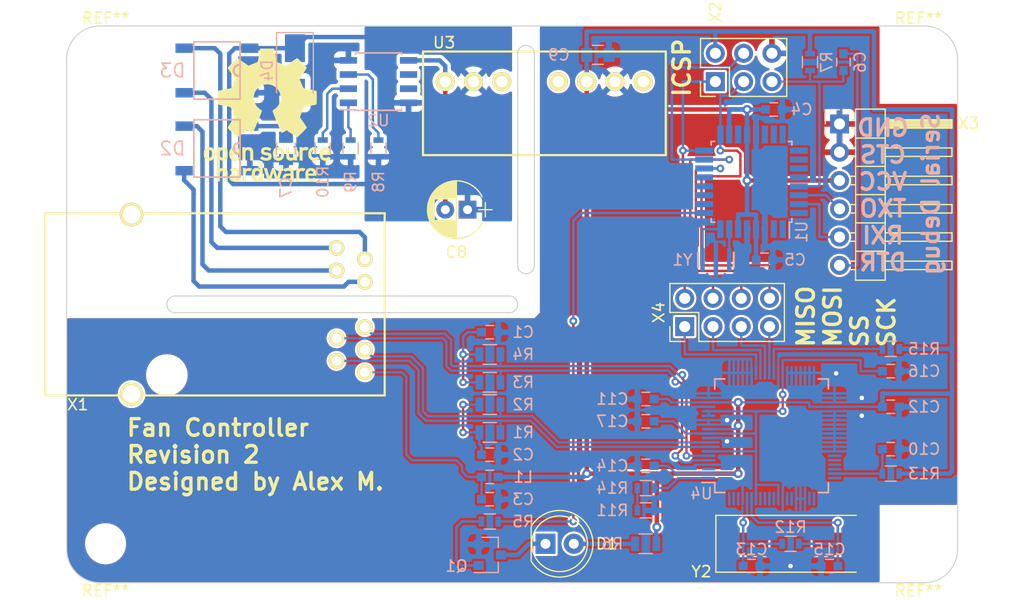
<source format=kicad_pcb>
(kicad_pcb (version 20221018) (generator pcbnew)
  (title_block (title "Fan Controller") (date "2018-04-29") (rev "2") (company "Alex M."))
  (layers (0 "F.Cu" signal) (31 "B.Cu" signal) (34 "B.Paste" user) (35 "F.Paste" user) (36 "B.SilkS" user "B.Silkscreen") (37 "F.SilkS" user "F.Silkscreen") (38 "B.Mask" user) (39 "F.Mask" user) (44 "Edge.Cuts" user))
  (net 0 "")
  (net 1 "GND")
  (net 2 "Net-(C2-Pad1)")
  (net 3 "Net-(C3-Pad1)")
  (net 4 "+3V3")
  (net 5 "/PoE_PD_Interface/VC36")
  (net 6 "/PoE_PD_Interface/VC12")
  (net 7 "/PoE_PD_Interface/VC45")
  (net 8 "/PoE_PD_Interface/VC78")
  (net 9 "Net-(Q1-Pad1)")
  (net 10 "RST")
  (net 11 "Net-(R11-Pad2)")
  (net 12 "Net-(R15-Pad2)")
  (net 13 "SS")
  (net 14 "MOSI")
  (net 15 "MISO")
  (net 16 "SCK")
  (net 17 "/PoE_PD_Interface/P")
  (net 18 "/PoE_PD_Interface/N")
  (net 19 "Net-(C15-Pad1)")
  (net 20 "/W5100_Ethernet_Interface/1V8")
  (net 21 "/TD+")
  (net 22 "/TD-")
  (net 23 "/RD+")
  (net 24 "/RD-")
  (net 25 "RXI")
  (net 26 "TXO")
  (net 27 "DTR")
  (net 28 "Net-(D1-Pad1)")
  (net 29 "Net-(D1-Pad2)")
  (net 30 "PD5")
  (net 31 "Net-(C13-Pad1)")
  (net 32 "Net-(C1-Pad1)")
  (net 33 "Net-(C8-Pad2)")
  (net 34 "Net-(C10-Pad1)")
  (net 35 "Net-(R8-Pad1)")
  (net 36 "Net-(R9-Pad2)")
  (net 37 "Net-(R10-Pad2)")
  (net 38 "Net-(R14-Pad2)")
  (net 39 "Net-(U1-Pad7)")
  (net 40 "Net-(U1-Pad8)")
  (net 41 "Net-(U4-Pad27)")
  (net 42 "Net-(U4-Pad28)")
  (net 43 "Net-(U4-Pad29)")
  (net 44 "Net-(U4-Pad30)")
  (footprint "Capacitors_ThroughHole:CP_Radial_D5.0mm_P2.00mm" (layer "F.Cu") (at 111 111.5 180)
    (fp_text reference "C8")
    (fp_text value "22u")
  )
  (footprint "AlexComponents:PG02S" (layer "F.Cu") (at 109 100)
    (fp_text reference "U3")
    (fp_text value "PG02S4803A")
  )
  (footprint "AlexComponents:0813-1X1T-57-F_RJ45-Jack" (layer "F.Cu") (at 84 120 90)
    (fp_text reference "X1")
    (fp_text value "0813-1X1T-57-F")
  )
  (footprint "Crystals:Crystal_SMD_HC49-SD" (layer "F.Cu") (at 140 141.5)
    (fp_text reference "Y2")
    (fp_text value "25MHz")
  )
  (footprint "Pin_Headers:Pin_Header_Straight_2x03_Pitch2.54mm" (layer "F.Cu") (at 133.25 100 90)
    (fp_text reference "X2")
    (fp_text value "ICSP")
  )
  (footprint "Pin_Headers:Pin_Header_Angled_1x06_Pitch2.54mm" (layer "F.Cu") (at 144.4 103.8)
    (fp_text reference "X3")
    (fp_text value "Serial Interface")
  )
  (footprint "Pin_Headers:Pin_Header_Straight_2x04_Pitch2.54mm" (layer "F.Cu") (at 130.5 122 90)
    (fp_text reference "X4")
    (fp_text value "SPI Disconnect")
  )
  (footprint "LEDs:LED_D5.0mm" (layer "F.Cu") (at 118 141.5)
    (fp_text reference "D1")
    (fp_text value "IR")
  )
  (footprint "Mounting_Holes:MountingHole_3.2mm_M3" (layer "F.Cu") (at 78.5 98.5)
    (fp_text reference "REF**")
    (fp_text value "MountingHole_3.2mm_M3")
  )
  (footprint "Mounting_Holes:MountingHole_3.2mm_M3" (layer "F.Cu") (at 151.5 98.5)
    (fp_text reference "REF**")
    (fp_text value "MountingHole_3.2mm_M3")
  )
  (footprint "Mounting_Holes:MountingHole_3.2mm_M3" (layer "F.Cu") (at 151.5 141.5 180)
    (fp_text reference "REF**")
    (fp_text value "MountingHole_3.2mm_M3")
  )
  (footprint "Mounting_Holes:MountingHole_3.2mm_M3" (layer "F.Cu") (at 78.5 141.5 180)
    (fp_text reference "REF**")
    (fp_text value "MountingHole_3.2mm_M3")
  )
  (footprint "Symbols:OSHW-Logo_11.4x12mm_SilkScreen" (layer "F.Cu") (at 93 103)
    (fp_text reference "REF***" hide)
    (fp_text value "OSHW-Logo_11.4x12mm_SilkScreen" hide)
  )
  (footprint "Capacitors_SMD:C_0603" (layer "B.Cu") (at 113 122.5)
    (fp_text reference "C1")
    (fp_text value "100n")
  )
  (footprint "Capacitors_SMD:C_0603" (layer "B.Cu") (at 113 133.5)
    (fp_text reference "C2")
    (fp_text value "100n")
  )
  (footprint "Capacitors_SMD:C_0603" (layer "B.Cu") (at 138.5 102.5)
    (fp_text reference "C4")
    (fp_text value "100n")
  )
  (footprint "Capacitors_SMD:C_0603" (layer "B.Cu") (at 137.66 116)
    (fp_text reference "C5")
    (fp_text value "100n")
  )
  (footprint "Capacitors_SMD:C_0805" (layer "B.Cu") (at 94.7 106 -90)
    (fp_text reference "C7")
    (fp_text value "100n")
  )
  (footprint "Capacitors_SMD:C_0805" (layer "B.Cu") (at 122.7 97.6)
    (fp_text reference "C9")
    (fp_text value "10u")
  )
  (footprint "Capacitors_SMD:C_0603" (layer "B.Cu") (at 127 128.5 180)
    (fp_text reference "C11")
    (fp_text value "100n")
  )
  (footprint "Capacitors_SMD:C_0603" (layer "B.Cu") (at 149 129.2)
    (fp_text reference "C12")
    (fp_text value "100n")
  )
  (footprint "Capacitors_SMD:C_0603" (layer "B.Cu") (at 136.5 143.5)
    (fp_text reference "C13")
    (fp_text value "18p")
  )
  (footprint "Capacitors_SMD:C_0603" (layer "B.Cu") (at 127 134.5 180)
    (fp_text reference "C14")
    (fp_text value "100n")
  )
  (footprint "Capacitors_SMD:C_0603" (layer "B.Cu") (at 143.5 143.5 180)
    (fp_text reference "C15")
    (fp_text value "18p")
  )
  (footprint "Capacitors_SMD:C_0603" (layer "B.Cu") (at 149 126)
    (fp_text reference "C16")
    (fp_text value "100n")
  )
  (footprint "Capacitors_SMD:C_0603" (layer "B.Cu") (at 127 130.5 180)
    (fp_text reference "C17")
    (fp_text value "100n")
  )
  (footprint "AlexComponents:Micro-DIP-4" (layer "B.Cu") (at 88.5 106 -90)
    (fp_text reference "D2")
    (fp_text value "MDB6S")
  )
  (footprint "AlexComponents:Micro-DIP-4" (layer "B.Cu") (at 88.5 99 -90)
    (fp_text reference "D3")
    (fp_text value "MDB6S")
  )
  (footprint "Capacitors_SMD:C_0603" (layer "B.Cu") (at 113 135.5 180)
    (fp_text reference "L1")
    (fp_text value "1uH")
  )
  (footprint "Resistors_SMD:R_0805" (layer "B.Cu") (at 113 131.5 180)
    (fp_text reference "R1")
    (fp_text value "49.9")
  )
  (footprint "Resistors_SMD:R_0805" (layer "B.Cu") (at 113 129 180)
    (fp_text reference "R2")
    (fp_text value "49.9")
  )
  (footprint "Resistors_SMD:R_0805" (layer "B.Cu") (at 113 127 180)
    (fp_text reference "R3")
    (fp_text value "49.9")
  )
  (footprint "Resistors_SMD:R_0805" (layer "B.Cu") (at 113 124.5 180)
    (fp_text reference "R4")
    (fp_text value "49.9")
  )
  (footprint "Resistors_SMD:R_0603" (layer "B.Cu") (at 141.75 98.25 -90)
    (fp_text reference "R7")
    (fp_text value "12k")
  )
  (footprint "Resistors_SMD:R_0603" (layer "B.Cu") (at 103 106 -90)
    (fp_text reference "R8")
    (fp_text value "24.9k")
  )
  (footprint "Resistors_SMD:R_0603" (layer "B.Cu") (at 100.5 106 90)
    (fp_text reference "R9")
    (fp_text value "178k")
  )
  (footprint "Resistors_SMD:R_0603" (layer "B.Cu") (at 98 106 90)
    (fp_text reference "R10")
    (fp_text value "4420")
  )
  (footprint "Resistors_SMD:R_0603" (layer "B.Cu") (at 127 138.5 180)
    (fp_text reference "R11")
    (fp_text value "300")
  )
  (footprint "Resistors_SMD:R_0603" (layer "B.Cu") (at 127 136.5)
    (fp_text reference "R14")
    (fp_text value "12k")
  )
  (footprint "Resistors_SMD:R_0603" (layer "B.Cu") (at 149 124 180)
    (fp_text reference "R15")
    (fp_text value "12k")
  )
  (footprint "Housings_QFP:TQFP-32_7x7mm_Pitch0.8mm" (layer "B.Cu") (at 136.5 109 90)
    (fp_text reference "U1")
    (fp_text value "ATMEGA328P-AU")
  )
  (footprint "Housings_SOIC:SOIC-8_3.9x4.9mm_Pitch1.27mm" (layer "B.Cu") (at 103 100)
    (fp_text reference "U2")
    (fp_text value "NCP1090")
  )
  (footprint "AlexComponents:CERALOCK_CSTCE_Resonator" (layer "B.Cu") (at 133.3 116.01 180)
    (fp_text reference "Y1")
    (fp_text value "8MHz")
  )
  (footprint "Resistors_SMD:R_0603" (layer "B.Cu") (at 149 135.2 180)
    (fp_text reference "R13")
    (fp_text value "12k")
  )
  (footprint "Diodes_SMD:D_SMA" (layer "B.Cu") (at 95.5 99 -90)
    (fp_text reference "D4")
    (fp_text value "SMAJ58A")
  )
  (footprint "Housings_QFP:LQFP-80_10x10mm_Pitch0.4mm" (layer "B.Cu") (at 138.3 131.8)
    (fp_text reference "U4")
    (fp_text value "W5100")
  )
  (footprint "Capacitors_SMD:C_0603" (layer "B.Cu") (at 113 137.5)
    (fp_text reference "C3")
    (fp_text value "100n")
  )
  (footprint "Resistors_SMD:R_0603" (layer "B.Cu") (at 140 141.5)
    (fp_text reference "R12")
    (fp_text value "1M")
  )
  (footprint "Capacitors_SMD:C_0603" (layer "B.Cu") (at 144.75 98.25 -90)
    (fp_text reference "C6")
    (fp_text value "100n")
  )
  (footprint "TO_SOT_Packages_SMD:SOT-23" (layer "B.Cu") (at 113 142.5)
    (fp_text reference "Q1")
    (fp_text value "Q_NPN_BEC")
  )
  (footprint "Resistors_SMD:R_0603" (layer "B.Cu") (at 113 139.5 180)
    (fp_text reference "R5")
    (fp_text value "150")
  )
  (footprint "Resistors_SMD:R_0805" (layer "B.Cu") (at 127 141.5 180)
    (fp_text reference "R6")
    (fp_text value "10")
  )
  (footprint "Capacitors_SMD:C_0603" (layer "B.Cu") (at 149 133)
    (fp_text reference "C10")
    (fp_text value "100n")
  )
  (gr_arc (start 84.75 120.75) (mid 84.21967 120.53033) (end 84 120) (stroke (width 0.1)) (layer "Edge.Cuts"))
  (gr_line (start 155 98) (end 155 142) (stroke (width 0.1)) (layer "Edge.Cuts"))
  (gr_arc (start 115.5 120) (mid 115.28033 120.53033) (end 114.75 120.75) (stroke (width 0.1)) (layer "Edge.Cuts"))
  (gr_arc (start 75 98) (mid 75.87868 95.87868) (end 78 95) (stroke (width 0.1)) (layer "Edge.Cuts"))
  (gr_arc (start 117 116.5) (mid 116.78033 117.03033) (end 116.25 117.25) (stroke (width 0.1)) (layer "Edge.Cuts"))
  (gr_arc (start 84 120) (mid 84.21967 119.46967) (end 84.75 119.25) (stroke (width 0.1)) (layer "Edge.Cuts"))
  (gr_line (start 75 142) (end 75 98) (stroke (width 0.1)) (layer "Edge.Cuts"))
  (gr_arc (start 116.25 117.25) (mid 115.71967 117.03033) (end 115.5 116.5) (stroke (width 0.1)) (layer "Edge.Cuts"))
  (gr_line (start 115.5 116.5) (end 115.5 97.5) (stroke (width 0.1)) (layer "Edge.Cuts"))
  (gr_line (start 117 97.5) (end 117 116.5) (stroke (width 0.1)) (layer "Edge.Cuts"))
  (gr_arc (start 115.5 97.5) (mid 115.71967 96.96967) (end 116.25 96.75) (stroke (width 0.1)) (layer "Edge.Cuts"))
  (gr_line (start 114.75 119.25) (end 84.75 119.25) (stroke (width 0.1)) (layer "Edge.Cuts"))
  (gr_arc (start 116.25 96.75) (mid 116.78033 96.96967) (end 117 97.5) (stroke (width 0.1)) (layer "Edge.Cuts"))
  (gr_arc (start 78 145) (mid 75.87868 144.12132) (end 75 142) (stroke (width 0.1)) (layer "Edge.Cuts"))
  (gr_line (start 78 95) (end 152 95) (stroke (width 0.1)) (layer "Edge.Cuts"))
  (gr_arc (start 152 95) (mid 154.12132 95.87868) (end 155 98) (stroke (width 0.1)) (layer "Edge.Cuts"))
  (gr_arc (start 114.75 119.25) (mid 115.28033 119.46967) (end 115.5 120) (stroke (width 0.1)) (layer "Edge.Cuts"))
  (gr_line (start 152 145) (end 78 145) (stroke (width 0.1)) (layer "Edge.Cuts"))
  (gr_arc (start 155 142) (mid 154.12132 144.12132) (end 152 145) (stroke (width 0.1)) (layer "Edge.Cuts"))
  (gr_line (start 84.75 120.75) (end 114.75 120.75) (stroke (width 0.1)) (layer "Edge.Cuts"))
  (gr_text "Serial Debug" (at 152.6 110.1 90) (layer "B.SilkS") (effects (font (size 1.5 1.5) (thickness 0.3)) (justify mirror)))
  (gr_text "GND\nCTS\nVCC\nTXO\nRXI\nDTR" (at 148.3 110.2) (layer "B.SilkS") (effects (font (size 1.5 1.5) (thickness 0.3)) (justify mirror)))
  (gr_text "ICSP" (at 130.25 98.75 90) (layer "F.SilkS") (effects (font (size 1.5 1.5) (thickness 0.3))))
  (gr_text "Fan Controller\nRevision 2\nDesigned by Alex M." (at 80.25 133.5) (layer "F.SilkS") (effects (font (size 1.5 1.5) (thickness 0.3)) (justify left)))
  (gr_text "MISO\nMOSI\nSS\nSCK" (at 145 124 90) (layer "F.SilkS") (effects (font (size 1.5 1.5) (thickness 0.3)) (justify left)))
  (via (at 140 143.5) (size 0.8) (drill 0.4) (layers "F.Cu" "B.Cu") (net 1))
  (via (at 146.4 130) (size 0.8) (drill 0.4) (layers "F.Cu" "B.Cu") (net 1))
  (via (at 144.1 126.2) (size 0.8) (drill 0.4) (layers "F.Cu" "B.Cu") (net 1))
  (via (at 134.3 130.4) (size 0.8) (drill 0.4) (layers "F.Cu" "B.Cu") (net 1))
  (via (at 146.4 128.4) (size 0.8) (drill 0.4) (layers "F.Cu" "B.Cu") (net 1))
  (via (at 134.3 132.3) (size 0.8) (drill 0.4) (layers "F.Cu" "B.Cu") (net 1))
  (segment (start 134 132) (end 134.3 132.3) (width 0.2) (layer "B.Cu") (net 1))
  (segment (start 144.05 126.15) (end 144.1 126.2) (width 0.2) (layer "B.Cu") (net 1))
  (segment (start 138.9 127.4) (end 137.6 127.4) (width 0.2) (layer "B.Cu") (net 1))
  (segment (start 137.6 127.4) (end 137.6 128) (width 0.2) (layer "B.Cu") (net 1))
  (segment (start 130.5 129.2) (end 130 129.7) (width 0.2) (layer "B.Cu") (net 1))
  (segment (start 146 128.8) (end 146.4 128.4) (width 0.2) (layer "B.Cu") (net 1))
  (segment (start 146 129.6) (end 146.4 130) (width 0.2) (layer "B.Cu") (net 1))
  (segment (start 135.7 126.15) (end 135.7 127.4) (width 0.2) (layer "B.Cu") (net 1))
  (segment (start 132.65 130.8) (end 132.65 130.4) (width 0.2) (layer "B.Cu") (net 1))
  (segment (start 134.5 126.15) (end 134.5 127.4) (width 0.2) (layer "B.Cu") (net 1))
  (segment (start 141.3 137.45) (end 141.3 136.2) (width 0.2) (layer "B.Cu") (net 1))
  (segment (start 133.9 132) (end 132.65 132) (width 0.2) (layer "B.Cu") (net 1))
  (segment (start 143.95 128.4) (end 142.7 128.4) (width 0.2) (layer "B.Cu") (net 1))
  (segment (start 139.3 137.45) (end 139.3 136.2) (width 0.2) (layer "B.Cu") (net 1))
  (segment (start 142.1 126.15) (end 144.05 126.15) (width 0.2) (layer "B.Cu") (net 1))
  (segment (start 133.9 130.4) (end 132.65 130.4) (width 0.2) (layer "B.Cu") (net 1))
  (segment (start 140.9 137.45) (end 140.9 136.2) (width 0.2) (layer "B.Cu") (net 1))
  (segment (start 134.9 126.15) (end 134.9 127.4) (width 0.2) (layer "B.Cu") (net 1))
  (segment (start 140.1 126.15) (end 140.1 127.4) (width 0.2) (layer "B.Cu") (net 1))
  (segment (start 138.9 126.15) (end 138.9 124.7) (width 0.2) (layer "B.Cu") (net 1))
  (segment (start 143.95 128.8) (end 146 128.8) (width 0.2) (layer "B.Cu") (net 1))
  (segment (start 136.1 126.15) (end 136.1 127.4) (width 0.2) (layer "B.Cu") (net 1))
  (segment (start 132.65 129.2) (end 131.3 129.2) (width 0.2) (layer "B.Cu") (net 1))
  (segment (start 143.95 128) (end 142.7 128) (width 0.2) (layer "B.Cu") (net 1))
  (segment (start 138.9 126.15) (end 138.9 127.4) (width 0.2) (layer "B.Cu") (net 1))
  (segment (start 143.95 133.2) (end 142.7 133.2) (width 0.2) (layer "B.Cu") (net 1))
  (segment (start 140.9 126.15) (end 140.9 127.4) (width 0.2) (layer "B.Cu") (net 1))
  (segment (start 142.75 143.5) (end 140 143.5) (width 0.4) (layer "B.Cu") (net 1))
  (segment (start 143.95 132.8) (end 142.7 132.8) (width 0.2) (layer "B.Cu") (net 1))
  (segment (start 143.95 130.4) (end 142.7 130.4) (width 0.2) (layer "B.Cu") (net 1))
  (segment (start 139.3 137.45) (end 139.3 138.3) (width 0.2) (layer "B.Cu") (net 1))
  (segment (start 143.95 131.6) (end 142.7 131.6) (width 0.2) (layer "B.Cu") (net 1))
  (segment (start 143.95 131.2) (end 142.7 131.2) (width 0.2) (layer "B.Cu") (net 1))
  (segment (start 132.65 130.8) (end 133.9 130.8) (width 0.2) (layer "B.Cu") (net 1))
  (segment (start 132.65 128.4) (end 133.9 128.4) (width 0.2) (layer "B.Cu") (net 1))
  (segment (start 135.7 137.45) (end 135.7 136.2) (width 0.2) (layer "B.Cu") (net 1))
  (segment (start 140.5 126.15) (end 140.9 126.15) (width 0.2) (layer "B.Cu") (net 1))
  (segment (start 143.95 130.8) (end 142.7 130.8) (width 0.2) (layer "B.Cu") (net 1))
  (segment (start 143.95 128.4) (end 145.7 128.4) (width 0.2) (layer "B.Cu") (net 1))
  (segment (start 141.3 126.15) (end 141.3 127.4) (width 0.2) (layer "B.Cu") (net 1))
  (segment (start 140.1 126.15) (end 140.5 126.15) (width 0.2) (layer "B.Cu") (net 1))
  (segment (start 136.5 126.15) (end 136.5 127.4) (width 0.2) (layer "B.Cu") (net 1))
  (segment (start 132.65 132) (end 134 132) (width 0.2) (layer "B.Cu") (net 1))
  (segment (start 132.65 134.4) (end 133.9 134.4) (width 0.2) (layer "B.Cu") (net 1))
  (segment (start 134.3 130.4) (end 133.9 130.4) (width 0.2) (layer "B.Cu") (net 1))
  (segment (start 141.7 126.15) (end 141.7 127.4) (width 0.2) (layer "B.Cu") (net 1))
  (segment (start 135.3 126.15) (end 135.3 127.4) (width 0.2) (layer "B.Cu") (net 1))
  (segment (start 140.5 126.15) (end 140.5 127.4) (width 0.2) (layer "B.Cu") (net 1))
  (segment (start 143.95 129.6) (end 142.7 129.6) (width 0.2) (layer "B.Cu") (net 1))
  (segment (start 141.7 126.15) (end 142.1 126.15) (width 0.2) (layer "B.Cu") (net 1))
  (segment (start 139.7 126.15) (end 140.1 126.15) (width 0.2) (layer "B.Cu") (net 1))
  (segment (start 140.5 137.45) (end 140.5 136.2) (width 0.2) (layer "B.Cu") (net 1))
  (segment (start 143.95 133.2) (end 143.95 132.8) (width 0.2) (layer "B.Cu") (net 1))
  (segment (start 143.95 130) (end 142.7 130) (width 0.2) (layer "B.Cu") (net 1))
  (segment (start 143.95 132.4) (end 142.7 132.4) (width 0.2) (layer "B.Cu") (net 1))
  (segment (start 143.95 132) (end 142.7 132) (width 0.2) (layer "B.Cu") (net 1))
  (segment (start 143.95 128.8) (end 142.7 128.8) (width 0.2) (layer "B.Cu") (net 1))
  (segment (start 132.65 128.4) (end 132.65 128) (width 0.2) (layer "B.Cu") (net 1))
  (segment (start 143.95 129.6) (end 146 129.6) (width 0.2) (layer "B.Cu") (net 1))
  (segment (start 132.65 129.2) (end 130.5 129.2) (width 0.2) (layer "B.Cu") (net 1))
  (segment (start 139.7 126.15) (end 139.7 127.4) (width 0.2) (layer "B.Cu") (net 1))
  (segment (start 132.65 128) (end 133.9 128) (width 0.2) (layer "B.Cu") (net 1))
  (segment (start 140.9 126.15) (end 141.3 126.15) (width 0.2) (layer "B.Cu") (net 1))
  (segment (start 142.1 126.15) (end 142.1 127.4) (width 0.2) (layer "B.Cu") (net 1))
  (segment (start 141.3 126.15) (end 141.7 126.15) (width 0.2) (layer "B.Cu") (net 1))
  (segment (start 110.6 129) (end 110.6 131.5) (width 0.22) (layer "F.Cu") (net 2))
  (via (at 110.6 131.5) (size 0.6858) (drill 0.3302) (layers "F.Cu" "B.Cu") (net 2))
  (via (at 110.6 129) (size 0.6858) (drill 0.3302) (layers "F.Cu" "B.Cu") (net 2))
  (segment (start 112.25 132.75) (end 112.05 132.55) (width 0.22) (layer "B.Cu") (net 2))
  (segment (start 112.05 132.55) (end 112.05 131.5) (width 0.22) (layer "B.Cu") (net 2))
  (segment (start 112.05 131.5) (end 110.6 131.5) (width 0.22) (layer "B.Cu") (net 2))
  (segment (start 112.05 129) (end 110.6 129) (width 0.22) (layer "B.Cu") (net 2))
  (segment (start 112.25 133.5) (end 112.25 132.75) (width 0.22) (layer "B.Cu") (net 2))
  (segment (start 105.1 126.1) (end 105.5 126.5) (width 0.2) (layer "B.Cu") (net 3))
  (segment (start 105.5 126.5) (end 105.5 133.5) (width 0.2) (layer "B.Cu") (net 3))
  (segment (start 105.5 133.5) (end 106 134) (width 0.2) (layer "B.Cu") (net 3))
  (segment (start 106 134) (end 110 134) (width 0.2) (layer "B.Cu") (net 3))
  (segment (start 111 135.5) (end 110.5 135) (width 0.2) (layer "B.Cu") (net 3))
  (segment (start 110.5 135) (end 110.5 134.5) (width 0.2) (layer "B.Cu") (net 3))
  (segment (start 110.5 134.5) (end 110 134) (width 0.2) (layer "B.Cu") (net 3))
  (segment (start 112.25 135.5) (end 112.25 137.5) (width 0.2) (layer "B.Cu") (net 3))
  (segment (start 105.1 126.1) (end 101.78 126.1) (width 0.2) (layer "B.Cu") (net 3))
  (segment (start 112.25 135.5) (end 111 135.5) (width 0.2) (layer "B.Cu") (net 3))
  (segment (start 122 102.5) (end 136.1 102.5) (width 0.4) (layer "F.Cu") (net 4))
  (segment (start 121.7 102.5) (end 122 102.5) (width 0.4) (layer "F.Cu") (net 4))
  (segment (start 121.7 135.2) (end 121.7 132.5) (width 0.4) (layer "F.Cu") (net 4))
  (segment (start 128 135.2) (end 121.7 135.2) (width 0.4) (layer "F.Cu") (net 4))
  (segment (start 135.3 130.9) (end 135.3 128.8) (width 0.4) (layer "F.Cu") (net 4))
  (segment (start 144.4 108.88) (end 136.1 108.88) (width 0.4) (layer "F.Cu") (net 4))
  (segment (start 121.7 102.5) (end 121.7 132.5) (width 0.4) (layer "F.Cu") (net 4))
  (segment (start 128 135.2) (end 128 140) (width 0.4) (layer "F.Cu") (net 4))
  (segment (start 135.3 135.2) (end 128 135.2) (width 0.4) (layer "F.Cu") (net 4))
  (segment (start 121.7 100) (end 121.7 102.5) (width 0.4) (layer "F.Cu") (net 4))
  (segment (start 135.3 135.2) (end 135.3 130.9) (width 0.4) (layer "F.Cu") (net 4))
  (via (at 135.3 135.2) (size 0.8) (drill 0.4) (layers "F.Cu" "B.Cu") (net 4))
  (via (at 136.1 102.5) (size 0.8) (drill 0.4) (layers "F.Cu" "B.Cu") (net 4))
  (via (at 135.3 128.8) (size 0.8) (drill 0.4) (layers "F.Cu" "B.Cu") (net 4))
  (via (at 128 140) (size 0.8) (drill 0.4) (layers "F.Cu" "B.Cu") (net 4))
  (via (at 136.1 108.88) (size 0.8) (drill 0.4) (layers "F.Cu" "B.Cu") (net 4))
  (via (at 135.3 130.9) (size 0.8) (drill 0.4) (layers "F.Cu" "B.Cu") (net 4))
  (via (at 121.7 135.2) (size 0.8) (drill 0.4) (layers "F.Cu" "B.Cu") (net 4))
  (segment (start 121.7 95.5) (end 133.2 95.5) (width 0.4) (layer "B.Cu") (net 4))
  (segment (start 133.2 95.5) (end 141.7 95.5) (width 0.4) (layer "B.Cu") (net 4))
  (segment (start 133.25 95.55) (end 133.2 95.5) (width 0.4) (layer "B.Cu") (net 4))
  (segment (start 134.5 102.5) (end 136.1 102.5) (width 0.4) (layer "B.Cu") (net 4))
  (segment (start 136.9 115.99) (end 136.91 116) (width 0.4) (layer "B.Cu") (net 4))
  (segment (start 135.3 111.94) (end 136.1 111.94) (width 0.4) (layer "B.Cu") (net 4))
  (segment (start 136.9 111.94) (end 136.9 113.25) (width 0.4) (layer "B.Cu") (net 4))
  (segment (start 136.1 111.94) (end 136.9 111.94) (width 0.4) (layer "B.Cu") (net 4))
  (segment (start 136.1 108.88) (end 136.1 109.55) (width 0.4) (layer "B.Cu") (net 4))
  (segment (start 136.1 109.55) (end 136.1 104.75) (width 0.4) (layer "B.Cu") (net 4))
  (segment (start 147.5 96) (end 147.5 102.5) (width 0.4) (layer "B.Cu") (net 4))
  (segment (start 141.7 129.2) (end 141.71 129.2) (width 0.2) (layer "B.Cu") (net 4))
  (segment (start 141.7 128.8) (end 141.7 128.93) (width 0.2) (layer "B.Cu") (net 4))
  (segment (start 154.5 102.5) (end 154.5 124) (width 0.4) (layer "B.Cu") (net 4))
  (segment (start 154.3 135.2) (end 154.5 135) (width 0.4) (layer "B.Cu") (net 4))
  (segment (start 154.5 124) (end 154.5 127) (width 0.4) (layer "B.Cu") (net 4))
  (segment (start 154.5 127) (end 154.5 128.01) (width 0.4) (layer "B.Cu") (net 4))
  (segment (start 147.5 95.5) (end 147.5 96) (width 0.4) (layer "B.Cu") (net 4))
  (segment (start 141.75 95.5) (end 141.7 95.5) (width 0.4) (layer "B.Cu") (net 4))
  (segment (start 129.3 128.8) (end 129 128.5) (width 0.2) (layer "B.Cu") (net 4))
  (segment (start 129 128.5) (end 127.75 128.5) (width 0.2) (layer "B.Cu") (net 4))
  (segment (start 129.7 135.2) (end 129 134.5) (width 0.2) (layer "B.Cu") (net 4))
  (segment (start 129 134.5) (end 127.75 134.5) (width 0.2) (layer "B.Cu") (net 4))
  (segment (start 135.3 128.8) (end 141.7 128.8) (width 0.2) (layer "B.Cu") (net 4))
  (segment (start 135 131.2) (end 135.3 130.9) (width 0.2) (layer "B.Cu") (net 4))
  (segment (start 148.25 128) (end 148.26 128.01) (width 0.4) (layer "B.Cu") (net 4))
  (segment (start 148.26 128.01) (end 154.5 128.01) (width 0.4) (layer "B.Cu") (net 4))
  (segment (start 154.5 128.01) (end 154.5 135) (width 0.4) (layer "B.Cu") (net 4))
  (segment (start 128 140) (end 127.95 140.05) (width 0.4) (layer "B.Cu") (net 4))
  (segment (start 121.4 135.5) (end 121.7 135.2) (width 0.4) (layer "B.Cu") (net 4))
  (segment (start 117.76 135.5) (end 121.4 135.5) (width 0.4) (layer "B.Cu") (net 4))
  (segment (start 136.1 111.94) (end 136.1 111.72) (width 0.4) (layer "B.Cu") (net 4))
  (segment (start 143.95 129.2) (end 141.7 129.2) (width 0.2) (layer "B.Cu") (net 4))
  (segment (start 149.75 124) (end 154.5 124) (width 0.4) (layer "B.Cu") (net 4))
  (segment (start 136.9 113.25) (end 136.9 115.99) (width 0.4) (layer "B.Cu") (net 4))
  (segment (start 149.75 135.2) (end 154.3 135.2) (width 0.4) (layer "B.Cu") (net 4))
  (segment (start 132.65 128.8) (end 135.3 128.8) (width 0.2) (layer "B.Cu") (net 4))
  (segment (start 133.25 97.46) (end 133.25 95.55) (width 0.4) (layer "B.Cu") (net 4))
  (segment (start 136.1 111.72) (end 136.1 109.55) (width 0.4) (layer "B.Cu") (net 4))
  (segment (start 121.7 100) (end 121.7 97.6) (width 0.4) (layer "B.Cu") (net 4))
  (segment (start 147.5 102.5) (end 154.5 102.5) (width 0.4) (layer "B.Cu") (net 4))
  (segment (start 135.3 113.25) (end 135.3 111.94) (width 0.4) (layer "B.Cu") (net 4))
  (segment (start 136.1 102.5) (end 137.75 102.5) (width 0.4) (layer "B.Cu") (net 4))
  (segment (start 132.65 135.2) (end 135.3 135.2) (width 0.2) (layer "B.Cu") (net 4))
  (segment (start 113.75 135.5) (end 117.76 135.5) (width 0.4) (layer "B.Cu") (net 4))
  (segment (start 143.95 129.2) (end 148.25 129.2) (width 0.2) (layer "B.Cu") (net 4))
  (segment (start 135 131.2) (end 132.65 131.2) (width 0.2) (layer "B.Cu") (net 4))
  (segment (start 132.65 135.2) (end 129.7 135.2) (width 0.2) (layer "B.Cu") (net 4))
  (segment (start 132.65 128.8) (end 129.3 128.8) (width 0.2) (layer "B.Cu") (net 4))
  (segment (start 134.5 104.75) (end 134.5 102.5) (width 0.4) (layer "B.Cu") (net 4))
  (segment (start 121.7 95.5) (end 121.7 97.6) (width 0.4) (layer "B.Cu") (net 4))
  (segment (start 141.75 97.5) (end 141.75 95.5) (width 0.4) (layer "B.Cu") (net 4))
  (segment (start 127.95 140.05) (end 127.95 141.5) (width 0.4) (layer "B.Cu") (net 4))
  (segment (start 141.7 95.5) (end 147.5 95.5) (width 0.4) (layer "B.Cu") (net 4))
  (segment (start 148.25 129.2) (end 148.25 128) (width 0.4) (layer "B.Cu") (net 4))
  (segment (start 136.1 104.75) (end 136.1 102.5) (width 0.4) (layer "B.Cu") (net 4))
  (segment (start 141.7 128.93) (end 141.7 129.2) (width 0.2) (layer "B.Cu") (net 4))
  (segment (start 86.4 110.1) (end 86.4 109.7) (width 0.4) (layer "B.Cu") (net 5))
  (segment (start 86.4 109.7) (end 85.55 108.85) (width 0.4) (layer "B.Cu") (net 5))
  (segment (start 85.55 108.85) (end 85.55 108) (width 0.4) (layer "B.Cu") (net 5))
  (segment (start 100.32 117.98) (end 99.9 118.4) (width 0.4) (layer "B.Cu") (net 5))
  (segment (start 99.9 118.4) (end 86.9 118.4) (width 0.4) (layer "B.Cu") (net 5))
  (segment (start 86.9 118.4) (end 86.4 117.9) (width 0.4) (layer "B.Cu") (net 5))
  (segment (start 86.4 117.9) (end 86.4 110.1) (width 0.4) (layer "B.Cu") (net 5))
  (segment (start 101.78 117.98) (end 100.32 117.98) (width 0.4) (layer "B.Cu") (net 5))
  (segment (start 86.7 104) (end 87.2 104.5) (width 0.4) (layer "B.Cu") (net 6))
  (segment (start 87.2 104.5) (end 87.2 108.7) (width 0.4) (layer "B.Cu") (net 6))
  (segment (start 87.76 116.96) (end 87.2 116.4) (width 0.4) (layer "B.Cu") (net 6))
  (segment (start 87.2 116.4) (end 87.2 108.7) (width 0.4) (layer "B.Cu") (net 6))
  (segment (start 86.7 104) (end 85.55 104) (width 0.4) (layer "B.Cu") (net 6))
  (segment (start 99.24 116.96) (end 87.76 116.96) (width 0.4) (layer "B.Cu") (net 6))
  (segment (start 87.4 101) (end 88 101.6) (width 0.4) (layer "B.Cu") (net 7))
  (segment (start 88 101.6) (end 88 108.7) (width 0.4) (layer "B.Cu") (net 7))
  (segment (start 88.53 114.93) (end 88 114.4) (width 0.4) (layer "B.Cu") (net 7))
  (segment (start 88 114.4) (end 88 108.7) (width 0.4) (layer "B.Cu") (net 7))
  (segment (start 99.24 114.93) (end 88.53 114.93) (width 0.4) (layer "B.Cu") (net 7))
  (segment (start 87.4 101) (end 85.55 101) (width 0.4) (layer "B.Cu") (net 7))
  (segment (start 88.3 97) (end 88.8 97.5) (width 0.4) (layer "B.Cu") (net 8))
  (segment (start 88.8 97.5) (end 88.8 108.7) (width 0.4) (layer "B.Cu") (net 8))
  (segment (start 88.8 112.4) (end 88.8 108.7) (width 0.4) (layer "B.Cu") (net 8))
  (segment (start 101.78 113.98) (end 101.3 113.5) (width 0.4) (layer "B.Cu") (net 8))
  (segment (start 101.3 113.5) (end 89.3 113.5) (width 0.4) (layer "B.Cu") (net 8))
  (segment (start 89.3 113.5) (end 88.8 113) (width 0.4) (layer "B.Cu") (net 8))
  (segment (start 88.8 113) (end 88.8 112.4) (width 0.4) (layer "B.Cu") (net 8))
  (segment (start 88.3 97) (end 85.55 97) (width 0.4) (layer "B.Cu") (net 8))
  (segment (start 101.78 115.95) (end 101.78 113.98) (width 0.4) (layer "B.Cu") (net 8))
  (segment (start 110.45 143.45) (end 110 143) (width 0.22) (layer "B.Cu") (net 9))
  (segment (start 110 143) (end 110 140) (width 0.22) (layer "B.Cu") (net 9))
  (segment (start 110.5 139.5) (end 110 140) (width 0.22) (layer "B.Cu") (net 9))
  (segment (start 112.25 139.5) (end 110.5 139.5) (width 0.22) (layer "B.Cu") (net 9))
  (segment (start 110.45 143.45) (end 112 143.45) (width 0.22) (layer "B.Cu") (net 9))
  (segment (start 142.6 100) (end 141.6 100) (width 0.2) (layer "B.Cu") (net 10))
  (segment (start 144.7 100) (end 144.75 99.95) (width 0.2) (layer "B.Cu") (net 10))
  (segment (start 144.75 99.95) (end 144.75 99) (width 0.2) (layer "B.Cu") (net 10))
  (segment (start 141.75 100) (end 141.6 100) (width 0.2) (layer "B.Cu") (net 10))
  (segment (start 141.6 100) (end 138.33 100) (width 0.2) (layer "B.Cu") (net 10))
  (segment (start 142.6 109.4) (end 142.6 100) (width 0.22) (layer "B.Cu") (net 10))
  (segment (start 140.75 109.4) (end 142.6 109.4) (width 0.22) (layer "B.Cu") (net 10))
  (segment (start 142.6 100) (end 144.7 100) (width 0.2) (layer "B.Cu") (net 10))
  (segment (start 141.75 99) (end 141.75 100) (width 0.2) (layer "B.Cu") (net 10))
  (segment (start 126.25 138.5) (end 126.25 136.5) (width 0.2) (layer "B.Cu") (net 11))
  (segment (start 138.5 124) (end 138.5 126.15) (width 0.2) (layer "B.Cu") (net 12))
  (segment (start 148.25 124) (end 138.5 124) (width 0.2) (layer "B.Cu") (net 12))
  (segment (start 135.58 117.08) (end 135.5 117) (width 0.22) (layer "F.Cu") (net 13))
  (segment (start 135.5 117) (end 131.5 117) (width 0.22) (layer "F.Cu") (net 13))
  (segment (start 131.5 117) (end 131.5 108) (width 0.22) (layer "F.Cu") (net 13))
  (segment (start 131.7 107.8) (end 131.5 108) (width 0.22) (layer "F.Cu") (net 13))
  (segment (start 135.58 117.08) (end 135.58 119.46) (width 0.22) (layer "F.Cu") (net 13))
  (segment (start 133.7 107.8) (end 131.7 107.8) (width 0.22) (layer "F.Cu") (net 13))
  (via (at 133.7 107.8) (size 0.6858) (drill 0.3302) (layers "F.Cu" "B.Cu") (net 13))
  (segment (start 132.25 107.8) (end 133.7 107.8) (width 0.22) (layer "B.Cu") (net 13))
  (segment (start 133.04 117.54) (end 133 117.5) (width 0.22) (layer "F.Cu") (net 14))
  (segment (start 133 117.5) (end 131 117.5) (width 0.22) (layer "F.Cu") (net 14))
  (segment (start 131 117.5) (end 131 107) (width 0.22) (layer "F.Cu") (net 14))
  (segment (start 131 107) (end 134.5 107) (width 0.22) (layer "F.Cu") (net 14))
  (segment (start 133.04 119.46) (end 133.04 117.54) (width 0.22) (layer "F.Cu") (net 14))
  (via (at 134.5 107) (size 0.6858) (drill 0.3302) (layers "F.Cu" "B.Cu") (net 14))
  (segment (start 134.52 98.73) (end 131.45 98.73) (width 0.22) (layer "B.Cu") (net 14))
  (segment (start 132.25 107) (end 129.84 107) (width 0.22) (layer "B.Cu") (net 14))
  (segment (start 129.34 98.73) (end 129.35 98.74) (width 0.22) (layer "B.Cu") (net 14))
  (segment (start 129.35 98.74) (end 129.35 107) (width 0.22) (layer "B.Cu") (net 14))
  (segment (start 129.35 107) (end 129.84 107) (width 0.22) (layer "B.Cu") (net 14))
  (segment (start 134.5 107) (end 132.25 107) (width 0.22) (layer "B.Cu") (net 14))
  (segment (start 131.45 98.73) (end 129.84 98.73) (width 0.22) (layer "B.Cu") (net 14))
  (segment (start 129.84 98.73) (end 129.34 98.73) (width 0.22) (layer "B.Cu") (net 14))
  (segment (start 134.52 98.73) (end 135.79 97.46) (width 0.22) (layer "B.Cu") (net 14))
  (segment (start 130.34 106.2) (end 130.34 107.35) (width 0.22) (layer "F.Cu") (net 15))
  (segment (start 130.34 107.84) (end 130.5 108) (width 0.22) (layer "F.Cu") (net 15))
  (segment (start 130.34 107.35) (end 130.34 107.84) (width 0.22) (layer "F.Cu") (net 15))
  (segment (start 130.5 108) (end 130.5 119.46) (width 0.22) (layer "F.Cu") (net 15))
  (via (at 130.34 106.2) (size 0.6858) (drill 0.3302) (layers "F.Cu" "B.Cu") (net 15))
  (segment (start 130.34 106.2) (end 130.34 100) (width 0.22) (layer "B.Cu") (net 15))
  (segment (start 130.34 100) (end 132.99 100) (width 0.22) (layer "B.Cu") (net 15))
  (segment (start 131.45 100) (end 133.25 100) (width 0.22) (layer "B.Cu") (net 15))
  (segment (start 132.25 106.2) (end 130.34 106.2) (width 0.22) (layer "B.Cu") (net 15))
  (segment (start 138.12 116.62) (end 138 116.5) (width 0.22) (layer "F.Cu") (net 16))
  (segment (start 138 116.5) (end 132.5 116.5) (width 0.22) (layer "F.Cu") (net 16))
  (segment (start 132.5 116.5) (end 132 116.5) (width 0.22) (layer "F.Cu") (net 16))
  (segment (start 132 116.5) (end 132 108.5) (width 0.22) (layer "F.Cu") (net 16))
  (segment (start 135.2 106.2) (end 135.5 106.5) (width 0.22) (layer "F.Cu") (net 16))
  (segment (start 135.5 106.5) (end 135.5 107.5) (width 0.22) (layer "F.Cu") (net 16))
  (segment (start 135.5 108.5) (end 132 108.5) (width 0.22) (layer "F.Cu") (net 16))
  (segment (start 138.12 119.46) (end 138.12 116.62) (width 0.22) (layer "F.Cu") (net 16))
  (segment (start 135.5 107.5) (end 135.5 108.5) (width 0.22) (layer "F.Cu") (net 16))
  (segment (start 133.7 106.2) (end 135.2 106.2) (width 0.22) (layer "F.Cu") (net 16))
  (via (at 133.7 106.2) (size 0.6858) (drill 0.3302) (layers "F.Cu" "B.Cu") (net 16))
  (segment (start 133.7 101.27) (end 134.52 101.27) (width 0.22) (layer "B.Cu") (net 16))
  (segment (start 133.7 106.2) (end 133.7 104.75) (width 0.22) (layer "B.Cu") (net 16))
  (segment (start 133.7 104.75) (end 133.7 101.27) (width 0.22) (layer "B.Cu") (net 16))
  (segment (start 134.52 101.27) (end 135.79 100) (width 0.22) (layer "B.Cu") (net 16))
  (segment (start 89.6 103.5) (end 89.6 98.2) (width 0.4) (layer "B.Cu") (net 17))
  (segment (start 90.1 97) (end 89.6 97.5) (width 0.4) (layer "B.Cu") (net 17))
  (segment (start 89.6 97.5) (end 89.6 98.2) (width 0.4) (layer "B.Cu") (net 17))
  (segment (start 89.6 108.85) (end 89.95 109.2) (width 0.4) (layer "B.Cu") (net 17))
  (segment (start 89.95 109.2) (end 103 109.2) (width 0.4) (layer "B.Cu") (net 17))
  (segment (start 89.65 104) (end 89.6 103.95) (width 0.4) (layer "B.Cu") (net 17))
  (segment (start 89.6 103.95) (end 89.6 108.85) (width 0.4) (layer "B.Cu") (net 17))
  (segment (start 94.7 104) (end 94.7 105) (width 0.4) (layer "B.Cu") (net 17))
  (segment (start 95.5 97) (end 96.5 96) (width 0.4) (layer "B.Cu") (net 17))
  (segment (start 91.45 104) (end 94.7 104) (width 0.4) (layer "B.Cu") (net 17))
  (segment (start 89.6 103.5) (end 89.6 103.95) (width 0.4) (layer "B.Cu") (net 17))
  (segment (start 91.45 97) (end 90.1 97) (width 0.4) (layer "B.Cu") (net 17))
  (segment (start 91.45 104) (end 89.65 104) (width 0.4) (layer "B.Cu") (net 17))
  (segment (start 91.45 97) (end 95.5 97) (width 0.4) (layer "B.Cu") (net 17))
  (segment (start 96.5 96) (end 102.5 96) (width 0.4) (layer "B.Cu") (net 17))
  (segment (start 144.25 141.5) (end 144.25 139.6) (width 0.22) (layer "F.Cu") (net 19))
  (via (at 144.25 139.6) (size 0.6858) (drill 0.3302) (layers "F.Cu" "B.Cu") (net 19))
  (segment (start 144.25 139.6) (end 144.25 141.5) (width 0.22) (layer "B.Cu") (net 19))
  (segment (start 144.25 141.5) (end 144.25 143.5) (width 0.22) (layer "B.Cu") (net 19))
  (segment (start 136.5 139) (end 137.1 139.6) (width 0.22) (layer "B.Cu") (net 19))
  (segment (start 137.1 139.6) (end 144.25 139.6) (width 0.22) (layer "B.Cu") (net 19))
  (segment (start 136.5 137.45) (end 136.5 139) (width 0.22) (layer "B.Cu") (net 19))
  (segment (start 144.25 141.5) (end 140.75 141.5) (width 0.22) (layer "B.Cu") (net 19))
  (segment (start 139.3 128.1) (end 139.3 129.6) (width 0.2) (layer "F.Cu") (net 20))
  (via (at 139.3 128.1) (size 0.6858) (drill 0.3302) (layers "F.Cu" "B.Cu") (net 20))
  (via (at 139.3 129.6) (size 0.6858) (drill 0.3302) (layers "F.Cu" "B.Cu") (net 20))
  (segment (start 138.9 136.2) (end 137.02 136.2) (width 0.2) (layer "B.Cu") (net 20))
  (segment (start 136.9 136.2) (end 137.02 136.2) (width 0.2) (layer "B.Cu") (net 20))
  (segment (start 136.9 133.2) (end 136.9 134.13) (width 0.2) (layer "B.Cu") (net 20))
  (segment (start 136.9 129.6) (end 132.65 129.6) (width 0.2) (layer "B.Cu") (net 20))
  (segment (start 136.9 131.5) (end 136.9 129.6) (width 0.2) (layer "B.Cu") (net 20))
  (segment (start 130.6 131.6) (end 129.5 130.5) (width 0.2) (layer "B.Cu") (net 20))
  (segment (start 129.5 130.5) (end 127.75 130.5) (width 0.2) (layer "B.Cu") (net 20))
  (segment (start 139.3 129.6) (end 136.9 129.6) (width 0.2) (layer "B.Cu") (net 20))
  (segment (start 136.9 131.6) (end 136.9 131.5) (width 0.2) (layer "B.Cu") (net 20))
  (segment (start 139.3 125) (end 146.3 125) (width 0.2) (layer "B.Cu") (net 20))
  (segment (start 146.3 125) (end 146.3 126) (width 0.2) (layer "B.Cu") (net 20))
  (segment (start 146.3 126) (end 148.25 126) (width 0.2) (layer "B.Cu") (net 20))
  (segment (start 132.65 131.6) (end 130.6 131.6) (width 0.2) (layer "B.Cu") (net 20))
  (segment (start 136.9 133.2) (end 136.9 131.5) (width 0.2) (layer "B.Cu") (net 20))
  (segment (start 132.65 130) (end 132.65 129.6) (width 0.2) (layer "B.Cu") (net 20))
  (segment (start 132.65 131.6) (end 136.9 131.6) (width 0.2) (layer "B.Cu") (net 20))
  (segment (start 136.9 137.45) (end 136.9 136.2) (width 0.2) (layer "B.Cu") (net 20))
  (segment (start 139.3 126.15) (end 139.3 128.1) (width 0.2) (layer "B.Cu") (net 20))
  (segment (start 138.9 136.2) (end 138.9 137.45) (width 0.2) (layer "B.Cu") (net 20))
  (segment (start 139.3 126.15) (end 139.3 125) (width 0.2) (layer "B.Cu") (net 20))
  (segment (start 132.65 133.2) (end 136.9 133.2) (width 0.2) (layer "B.Cu") (net 20))
  (segment (start 136.9 134.13) (end 136.9 136.2) (width 0.2) (layer "B.Cu") (net 20))
  (segment (start 114 130.4532) (end 107.265832 130.4532) (width 0.2032) (layer "B.Cu") (net 21))
  (segment (start 114 131.45) (end 113.95 131.5) (width 0.2032) (layer "B.Cu") (net 21))
  (segment (start 114 131.45) (end 113.95 131.5) (width 0.2032) (layer "B.Cu") (net 21))
  (segment (start 113.95 131.5) (end 113.95 130.4532) (width 0.2032) (layer "B.Cu") (net 21))
  (segment (start 106.5968 129.784168) (end 106.5968 125.9) (width 0.2032) (layer "B.Cu") (net 21))
  (segment (start 133.55 132.8) (end 133.5468 132.8032) (width 0.2032) (layer "B.Cu") (net 21))
  (segment (start 116.665832 130.4532) (end 113.95 130.4532) (width 0.2032) (layer "B.Cu") (net 21))
  (segment (start 101.289631 125.078399) (end 101.28803 125.08) (width 0.2032) (layer "B.Cu") (net 21))
  (segment (start 119.015832 132.8032) (end 116.665832 130.4532) (width 0.2032) (layer "B.Cu") (net 21))
  (segment (start 133.5468 132.8032) (end 119.015832 132.8032) (width 0.2032) (layer "B.Cu") (net 21))
  (segment (start 106.5968 125.9) (end 105.775199 125.078399) (width 0.2032) (layer "B.Cu") (net 21))
  (segment (start 132.65 132.8) (end 133.55 132.8) (width 0.2032) (layer "B.Cu") (net 21))
  (segment (start 101.28803 125.08) (end 99.24 125.08) (width 0.2032) (layer "B.Cu") (net 21))
  (segment (start 105.775199 125.078399) (end 101.289631 125.078399) (width 0.2032) (layer "B.Cu") (net 21))
  (segment (start 107.265832 130.4532) (end 106.5968 129.784168) (width 0.2032) (layer "B.Cu") (net 21))
  (segment (start 114 130.0468) (end 107.434168 130.0468) (width 0.2032) (layer "B.Cu") (net 22))
  (segment (start 113.95 129) (end 113.95 130.046798) (width 0.2032) (layer "B.Cu") (net 22))
  (segment (start 133.55 132.4) (end 133.5468 132.3968) (width 0.2032) (layer "B.Cu") (net 22))
  (segment (start 107.0032 125.731664) (end 105.943544 124.672008) (width 0.2032) (layer "B.Cu") (net 22))
  (segment (start 107.0032 129.615832) (end 107.0032 125.731664) (width 0.2032) (layer "B.Cu") (net 22))
  (segment (start 116.834166 130.046798) (end 113.95 130.046798) (width 0.2032) (layer "B.Cu") (net 22))
  (segment (start 133.5468 132.3968) (end 119.184168 132.3968) (width 0.2032) (layer "B.Cu") (net 22))
  (segment (start 102.382008 124.672008) (end 101.78 124.07) (width 0.2032) (layer "B.Cu") (net 22))
  (segment (start 105.943544 124.672008) (end 102.382008 124.672008) (width 0.2032) (layer "B.Cu") (net 22))
  (segment (start 107.434168 130.0468) (end 107.0032 129.615832) (width 0.2032) (layer "B.Cu") (net 22))
  (segment (start 119.184168 132.3968) (end 116.834166 130.046798) (width 0.2032) (layer "B.Cu") (net 22))
  (segment (start 132.65 132.4) (end 133.55 132.4) (width 0.2032) (layer "B.Cu") (net 22))
  (segment (start 130.253601 133.006399) (end 130.253601 127.210969) (width 0.2032) (layer "F.Cu") (net 23))
  (segment (start 129.99694 126.954308) (end 129.655692 126.954308) (width 0.2032) (layer "F.Cu") (net 23))
  (segment (start 130.253601 127.210969) (end 129.99694 126.954308) (width 0.2032) (layer "F.Cu") (net 23))
  (segment (start 129.66 133.6) (end 130.253601 133.006399) (width 0.2032) (layer "F.Cu") (net 23))
  (via (at 129.655692 126.954308) (size 0.6858) (drill 0.3302) (layers "F.Cu" "B.Cu") (net 23))
  (via (at 129.66 133.6) (size 0.6858) (drill 0.3302) (layers "F.Cu" "B.Cu") (net 23))
  (segment (start 113.95 125.9532) (end 109.515832 125.9532) (width 0.2032) (layer "B.Cu") (net 23))
  (segment (start 131.26 134) (end 131.06 134.2) (width 0.2) (layer "B.Cu") (net 23))
  (segment (start 131.06 134.2) (end 130.26 134.2) (width 0.2) (layer "B.Cu") (net 23))
  (segment (start 130.26 134.2) (end 130.06 134) (width 0.2) (layer "B.Cu") (net 23))
  (segment (start 99.24 123.05) (end 108.812632 123.05) (width 0.2032) (layer "B.Cu") (net 23))
  (segment (start 129.655692 126.954308) (end 129.655692 126.61306) (width 0.2032) (layer "B.Cu") (net 23))
  (segment (start 109.515832 125.9532) (end 109.102943 125.540311) (width 0.2032) (layer "B.Cu") (net 23))
  (segment (start 131.26 134) (end 132.65 134) (width 0.2) (layer "B.Cu") (net 23))
  (segment (start 109.102943 123.340311) (end 108.812632 123.05) (width 0.2032) (layer "B.Cu") (net 23))
  (segment (start 129.655692 126.61306) (end 128.995832 125.9532) (width 0.2032) (layer "B.Cu") (net 23))
  (segment (start 113.95 125.9532) (end 115.9 125.9532) (width 0.2) (layer "B.Cu") (net 23))
  (segment (start 113.95 127) (end 113.95 125.9532) (width 0.2) (layer "B.Cu") (net 23))
  (segment (start 109.102943 125.540311) (end 109.102943 123.340311) (width 0.2032) (layer "B.Cu") (net 23))
  (segment (start 128.995832 125.9532) (end 115.9 125.9532) (width 0.2032) (layer "B.Cu") (net 23))
  (segment (start 130.06 134) (end 129.66 133.6) (width 0.2) (layer "B.Cu") (net 23))
  (segment (start 130.284308 126.66694) (end 130.284308 126.325692) (width 0.2032) (layer "F.Cu") (net 24))
  (segment (start 130.66 127.042632) (end 130.284308 126.66694) (width 0.2032) (layer "F.Cu") (net 24))
  (segment (start 130.66 133.6) (end 130.66 127.042632) (width 0.2032) (layer "F.Cu") (net 24))
  (via (at 130.284308 126.325692) (size 0.6858) (drill 0.3302) (layers "F.Cu" "B.Cu") (net 24))
  (via (at 130.66 133.6) (size 0.6858) (drill 0.3302) (layers "F.Cu" "B.Cu") (net 24))
  (segment (start 113.95 125.546798) (end 113.9 125.546798) (width 0.2032) (layer "B.Cu") (net 24))
  (segment (start 113.9 125.546798) (end 113.9 125.5468) (width 0.2032) (layer "B.Cu") (net 24))
  (segment (start 113.9 125.5468) (end 109.684168 125.5468) (width 0.2032) (layer "B.Cu") (net 24))
  (segment (start 102.383601 122.643601) (end 101.78 122.04) (width 0.2032) (layer "B.Cu") (net 24))
  (segment (start 109.509343 123.171975) (end 108.980969 122.643601) (width 0.2032) (layer "B.Cu") (net 24))
  (segment (start 113.9 125.5468) (end 115.9 125.5468) (width 0.2) (layer "B.Cu") (net 24))
  (segment (start 108.980969 122.643601) (end 102.383601 122.643601) (width 0.2032) (layer "B.Cu") (net 24))
  (segment (start 129.94306 126.325692) (end 129.164168 125.5468) (width 0.2032) (layer "B.Cu") (net 24))
  (segment (start 129.164168 125.5468) (end 115.9 125.5468) (width 0.2032) (layer "B.Cu") (net 24))
  (segment (start 109.509343 125.371975) (end 109.509343 123.171975) (width 0.2032) (layer "B.Cu") (net 24))
  (segment (start 130.284308 126.325692) (end 129.94306 126.325692) (width 0.2032) (layer "B.Cu") (net 24))
  (segment (start 113.95 124.5) (end 113.95 125.546798) (width 0.2032) (layer "B.Cu") (net 24))
  (segment (start 109.684168 125.5468) (end 109.509343 125.371975) (width 0.2032) (layer "B.Cu") (net 24))
  (segment (start 130.66 133.6) (end 132.65 133.6) (width 0.2) (layer "B.Cu") (net 24))
  (segment (start 143.18 110.2) (end 144.4 111.42) (width 0.22) (layer "B.Cu") (net 25))
  (segment (start 140.75 110.2) (end 143.18 110.2) (width 0.22) (layer "B.Cu") (net 25))
  (segment (start 142.6 111) (end 142.6 113.9) (width 0.22) (layer "B.Cu") (net 26))
  (segment (start 142.66 113.96) (end 142.6 113.9) (width 0.22) (layer "B.Cu") (net 26))
  (segment (start 144.4 113.96) (end 142.66 113.96) (width 0.22) (layer "B.Cu") (net 26))
  (segment (start 142.6 111) (end 140.75 111) (width 0.22) (layer "B.Cu") (net 26))
  (segment (start 146 116.5) (end 146 97.5) (width 0.22) (layer "B.Cu") (net 27))
  (segment (start 146 97.5) (end 144.75 97.5) (width 0.22) (layer "B.Cu") (net 27))
  (segment (start 144.4 116.5) (end 146 116.5) (width 0.22) (layer "B.Cu") (net 27))
  (segment (start 115.5 142.5) (end 116.5 141.5) (width 0.4) (layer "B.Cu") (net 28))
  (segment (start 116.5 141.5) (end 118 141.5) (width 0.4) (layer "B.Cu") (net 28))
  (segment (start 114 142.5) (end 115.5 142.5) (width 0.4) (layer "B.Cu") (net 28))
  (segment (start 120.54 141.5) (end 126.05 141.5) (width 0.4) (layer "B.Cu") (net 29))
  (segment (start 120.5 121.5) (end 120.5 136) (width 0.22) (layer "F.Cu") (net 30))
  (segment (start 120.5 138.5) (end 120.5 136) (width 0.22) (layer "F.Cu") (net 30))
  (segment (start 120.5 139.5) (end 120.5 138.5) (width 0.22) (layer "F.Cu") (net 30))
  (via (at 120.5 121.5) (size 0.6858) (drill 0.3302) (layers "F.Cu" "B.Cu") (net 30))
  (via (at 120.5 139.5) (size 0.6858) (drill 0.3302) (layers "F.Cu" "B.Cu") (net 30))
  (segment (start 121.2 111.8) (end 120.5 112.5) (width 0.22) (layer "B.Cu") (net 30))
  (segment (start 120.5 112.5) (end 120.5 121.5) (width 0.22) (layer "B.Cu") (net 30))
  (segment (start 113.75 139.5) (end 120.5 139.5) (width 0.22) (layer "B.Cu") (net 30))
  (segment (start 121.2 111.8) (end 132.25 111.8) (width 0.22) (layer "B.Cu") (net 30))
  (segment (start 135.75 141.5) (end 135.75 139.6) (width 0.22) (layer "F.Cu") (net 31))
  (via (at 135.75 139.6) (size 0.6858) (drill 0.3302) (layers "F.Cu" "B.Cu") (net 31))
  (segment (start 135.75 139.3) (end 135.75 141.5) (width 0.22) (layer "B.Cu") (net 31))
  (segment (start 135.75 141.5) (end 135.75 143.5) (width 0.22) (layer "B.Cu") (net 31))
  (segment (start 136.1 138.9) (end 136 139) (width 0.22) (layer "B.Cu") (net 31))
  (segment (start 135.75 139.25) (end 136 139) (width 0.22) (layer "B.Cu") (net 31))
  (segment (start 135.75 141.5) (end 139.25 141.5) (width 0.22) (layer "B.Cu") (net 31))
  (segment (start 136.1 138.9) (end 136.1 137.45) (width 0.22) (layer "B.Cu") (net 31))
  (segment (start 135.75 139.6) (end 135.75 139.25) (width 0.22) (layer "B.Cu") (net 31))
  (segment (start 110.6 127) (end 110.6 124.5) (width 0.22) (layer "F.Cu") (net 32))
  (via (at 110.6 127) (size 0.6858) (drill 0.3302) (layers "F.Cu" "B.Cu") (net 32))
  (via (at 110.6 124.5) (size 0.6858) (drill 0.3302) (layers "F.Cu" "B.Cu") (net 32))
  (segment (start 110.6 124.5) (end 112.05 124.5) (width 0.22) (layer "B.Cu") (net 32))
  (segment (start 110.6 122.9) (end 111 122.5) (width 0.22) (layer "B.Cu") (net 32))
  (segment (start 111 122.5) (end 112.25 122.5) (width 0.22) (layer "B.Cu") (net 32))
  (segment (start 110.6 124.5) (end 110.6 122.9) (width 0.22) (layer "B.Cu") (net 32))
  (segment (start 112.05 127) (end 110.6 127) (width 0.22) (layer "B.Cu") (net 32))
  (segment (start 109 111.5) (end 109 100) (width 0.4) (layer "F.Cu") (net 33))
  (segment (start 108.495 98.095) (end 109 98.6) (width 0.4) (layer "B.Cu") (net 33))
  (segment (start 109 98.6) (end 109 100) (width 0.4) (layer "B.Cu") (net 33))
  (segment (start 105.7 98.095) (end 108.495 98.095) (width 0.4) (layer "B.Cu") (net 33))
  (segment (start 143.95 135.2) (end 148.25 135.2) (width 0.2) (layer "B.Cu") (net 34))
  (segment (start 148.25 135.2) (end 148.25 133) (width 0.22) (layer "B.Cu") (net 34))
  (segment (start 103 104.6) (end 102.5 104.1) (width 0.22) (layer "B.Cu") (net 35))
  (segment (start 102.5 104.1) (end 102.5 103.7) (width 0.22) (layer "B.Cu") (net 35))
  (segment (start 102.065 99.365) (end 102.5 99.8) (width 0.22) (layer "B.Cu") (net 35))
  (segment (start 102.5 99.8) (end 102.5 103.7) (width 0.22) (layer "B.Cu") (net 35))
  (segment (start 103 104.6) (end 103 105.25) (width 0.22) (layer "B.Cu") (net 35))
  (segment (start 100.3 99.365) (end 102.065 99.365) (width 0.22) (layer "B.Cu") (net 35))
  (segment (start 100.5 104.3) (end 100.3 104.1) (width 0.22) (layer "B.Cu") (net 36))
  (segment (start 100.3 104.1) (end 100.3 101.905) (width 0.22) (layer "B.Cu") (net 36))
  (segment (start 100.5 105.25) (end 100.5 104.3) (width 0.22) (layer "B.Cu") (net 36))
  (segment (start 98 104.6) (end 98.4 104.2) (width 0.22) (layer "B.Cu") (net 37))
  (segment (start 98.4 104.2) (end 98.4 101.5) (width 0.22) (layer "B.Cu") (net 37))
  (segment (start 98.865 100.635) (end 98.4 101.1) (width 0.22) (layer "B.Cu") (net 37))
  (segment (start 98.4 101.1) (end 98.4 101.5) (width 0.22) (layer "B.Cu") (net 37))
  (segment (start 98 104.6) (end 98 105.25) (width 0.22) (layer "B.Cu") (net 37))
  (segment (start 100.3 100.635) (end 98.865 100.635) (width 0.22) (layer "B.Cu") (net 37))
  (segment (start 129.9 135.6) (end 129 136.5) (width 0.2) (layer "B.Cu") (net 38))
  (segment (start 129 136.5) (end 127.75 136.5) (width 0.2) (layer "B.Cu") (net 38))
  (segment (start 132.65 135.6) (end 129.9 135.6) (width 0.2) (layer "B.Cu") (net 38))
  (segment (start 134.5 113.25) (end 134.5 116.01) (width 0.22) (layer "B.Cu") (net 39))
  (segment (start 132.1 113.25) (end 133.7 113.25) (width 0.22) (layer "B.Cu") (net 40))
  (segment (start 132.1 116.01) (end 132.1 113.25) (width 0.22) (layer "B.Cu") (net 40))
  (segment (start 136.9 124.5) (end 131.1 124.5) (width 0.22) (layer "B.Cu") (net 41))
  (segment (start 130.5 124.5) (end 131.1 124.5) (width 0.22) (layer "B.Cu") (net 41))
  (segment (start 136.9 124.5) (end 136.9 126.15) (width 0.22) (layer "B.Cu") (net 41))
  (segment (start 130.5 122) (end 130.5 124.5) (width 0.22) (layer "B.Cu") (net 41))
  (segment (start 137.3 124.2) (end 137.3 124.1) (width 0.22) (layer "B.Cu") (net 42))
  (segment (start 137.3 124.1) (end 133.1 124.1) (width 0.22) (layer "B.Cu") (net 42))
  (segment (start 133.04 124.04) (end 133.1 124.1) (width 0.22) (layer "B.Cu") (net 42))
  (segment (start 137.3 124.2) (end 137.3 126.15) (width 0.22) (layer "B.Cu") (net 42))
  (segment (start 133.04 122) (end 133.04 124.04) (width 0.22) (layer "B.Cu") (net 42))
  (segment (start 137.7 123.7) (end 136.7 123.7) (width 0.22) (layer "B.Cu") (net 43))
  (segment (start 135.6 123.7) (end 136.7 123.7) (width 0.22) (layer "B.Cu") (net 43))
  (segment (start 135.58 123.68) (end 135.6 123.7) (width 0.22) (layer "B.Cu") (net 43))
  (segment (start 135.58 122) (end 135.58 123.68) (width 0.22) (layer "B.Cu") (net 43))
  (segment (start 137.7 123.7) (end 137.7 126.15) (width 0.22) (layer "B.Cu") (net 43))
  (segment (start 138.1 124.8) (end 138.1 126.15) (width 0.22) (layer "B.Cu") (net 44))
  (segment (start 138.1 122.02) (end 138.12 122) (width 0.22) (layer "B.Cu") (net 44))
  (segment (start 138.1 122.02) (end 138.1 124.75) (width 0.22) (layer "B.Cu") (net 44))
  (segment (start 138.1 124.75) (end 138.1 124.8) (width 0.22) (layer "B.Cu") (net 44))
  (zone (net 0) (net_name "") (layer "F.Cu") (connect_pads (clearance 0)) (min_thickness 0.25)
    (keepout (tracks not_allowed) (vias not_allowed) (pads allowed) (copperpour not_allowed) (footprints allowed))
    (fill (thermal_gap 0.508) (thermal_bridge_width 0.508))
    (polygon (pts (xy 82 102) (xy 75 102) (xy 75 95) (xy 82 95)))
  )
  (zone (net 0) (net_name "") (layer "F.Cu") (connect_pads (clearance 0)) (min_thickness 0.25)
    (keepout (tracks not_allowed) (vias not_allowed) (pads allowed) (copperpour not_allowed) (footprints allowed))
    (fill (thermal_gap 0.508) (thermal_bridge_width 0.508))
    (polygon (pts (xy 155 102) (xy 148 102) (xy 148 95) (xy 155 95)))
  )
  (zone (net 0) (net_name "") (layer "F.Cu") (connect_pads (clearance 0)) (min_thickness 0.25)
    (keepout (tracks not_allowed) (vias not_allowed) (pads allowed) (copperpour not_allowed) (footprints allowed))
    (fill (thermal_gap 0.508) (thermal_bridge_width 0.508))
    (polygon (pts (xy 155 145) (xy 148 145) (xy 148 138) (xy 155 138)))
  )
  (zone (net 0) (net_name "") (layer "F.Cu") (connect_pads (clearance 0)) (min_thickness 0.25)
    (keepout (tracks not_allowed) (vias not_allowed) (pads allowed) (copperpour not_allowed) (footprints allowed))
    (fill (thermal_gap 0.508) (thermal_bridge_width 0.508))
    (polygon (pts (xy 117.5 120.75) (xy 117 121.25) (xy 75 121.25) (xy 75 118.75) (xy 114.5 118.75) (xy 115 118.25) (xy 115 95) (xy 117.5 95)))
  )
  (zone (net 1) (net_name "GND") (layer "F.Cu") (connect_pads (clearance 0.2032)) (min_thickness 0.2032) (fill yes (thermal_gap 0.508) (thermal_bridge_width 0.508))
    (polygon (pts (xy 155 145) (xy 75 145) (xy 75 121.25) (xy 117 121.25) (xy 117.5 120.75) (xy 117.5 95) (xy 155 95)))
  )
  (zone (net 0) (net_name "") (layer "B.Cu") (connect_pads (clearance 0)) (min_thickness 0.25)
    (keepout (tracks not_allowed) (vias not_allowed) (pads allowed) (copperpour not_allowed) (footprints allowed))
    (fill (thermal_gap 0.508) (thermal_bridge_width 0.508))
    (polygon (pts (xy 82 102) (xy 75 102) (xy 75 95) (xy 82 95)))
  )
  (zone (net 0) (net_name "") (layer "B.Cu") (connect_pads (clearance 0)) (min_thickness 0.25)
    (keepout (tracks not_allowed) (vias not_allowed) (pads allowed) (copperpour not_allowed) (footprints allowed))
    (fill (thermal_gap 0.508) (thermal_bridge_width 0.508))
    (polygon (pts (xy 155 102) (xy 148 102) (xy 148 95) (xy 155 95)))
  )
  (zone (net 0) (net_name "") (layer "B.Cu") (connect_pads (clearance 0)) (min_thickness 0.25)
    (keepout (tracks not_allowed) (vias not_allowed) (pads allowed) (copperpour not_allowed) (footprints allowed))
    (fill (thermal_gap 0.508) (thermal_bridge_width 0.508))
    (polygon (pts (xy 155 145) (xy 148 145) (xy 148 138) (xy 155 138)))
  )
  (zone (net 0) (net_name "") (layer "B.Cu") (connect_pads (clearance 0)) (min_thickness 0.25)
    (keepout (tracks not_allowed) (vias not_allowed) (pads allowed) (copperpour not_allowed) (footprints allowed))
    (fill (thermal_gap 0.508) (thermal_bridge_width 0.508))
    (polygon (pts (xy 117.5 120.75) (xy 117 121.25) (xy 75 121.25) (xy 75 118.75) (xy 114.5 118.75) (xy 115 118.25) (xy 115 95) (xy 117.5 95)))
  )
  (zone (net 1) (net_name "GND") (layer "B.Cu") (connect_pads (clearance 0.2032)) (min_thickness 0.2032) (fill yes (thermal_gap 0.508) (thermal_bridge_width 0.508))
    (polygon (pts (xy 155 145) (xy 75 145) (xy 75 121.25) (xy 117 121.25) (xy 117.5 120.75) (xy 117.5 95) (xy 155 95)))
  )
  (zone (net 17) (net_name "/PoE_PD_Interface/P") (layer "B.Cu") (connect_pads (clearance 0.3)) (min_thickness 0.25) (fill yes (thermal_gap 0.508) (thermal_bridge_width 0.508))
    (polygon (pts (xy 115 112.55) (xy 101.75 112.55) (xy 101.75 95) (xy 115 95)))
  )
  (zone (net 18) (net_name "/PoE_PD_Interface/N") (layer "B.Cu") (connect_pads (clearance 0.3)) (min_thickness 0.25) (fill yes (thermal_gap 0.508) (thermal_bridge_width 0.508))
    (polygon (pts (xy 101.3 112.55) (xy 90.4 112.55) (xy 90.4 95) (xy 101.3 95)))
  )
)
</source>
